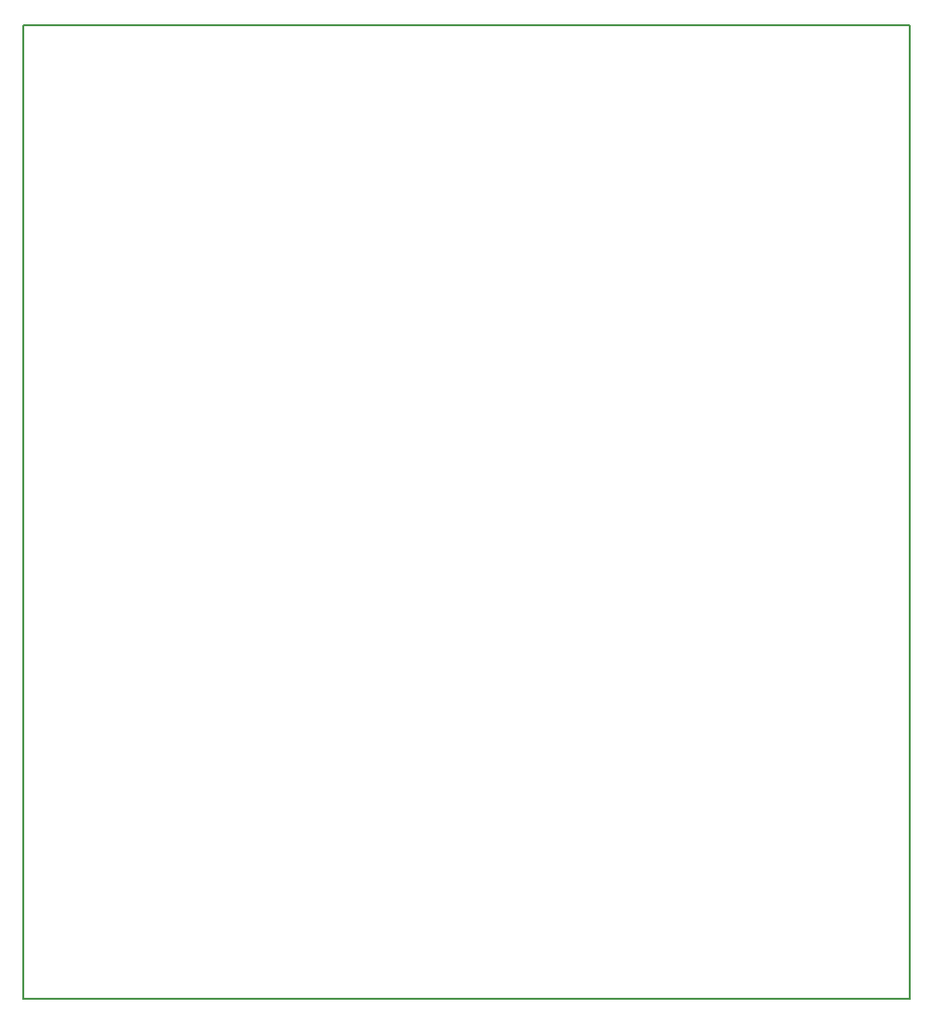
<source format=gbr>
%TF.GenerationSoftware,KiCad,Pcbnew,9.0.4*%
%TF.CreationDate,2025-10-04T10:08:01+10:00*%
%TF.ProjectId,Jet Ranger Test,4a657420-5261-46e6-9765-722054657374,rev?*%
%TF.SameCoordinates,Original*%
%TF.FileFunction,Profile,NP*%
%FSLAX46Y46*%
G04 Gerber Fmt 4.6, Leading zero omitted, Abs format (unit mm)*
G04 Created by KiCad (PCBNEW 9.0.4) date 2025-10-04 10:08:01*
%MOMM*%
%LPD*%
G01*
G04 APERTURE LIST*
%TA.AperFunction,Profile*%
%ADD10C,0.200000*%
%TD*%
G04 APERTURE END LIST*
D10*
X113500000Y-30000000D02*
X191000000Y-30000000D01*
X191000000Y-115000000D01*
X113500000Y-115000000D01*
X113500000Y-30000000D01*
M02*

</source>
